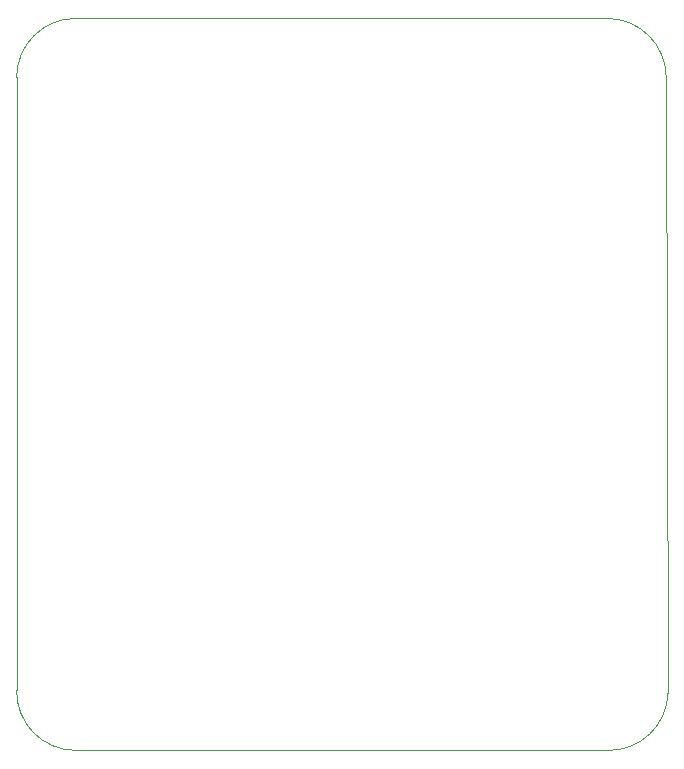
<source format=gbr>
G04 #@! TF.GenerationSoftware,KiCad,Pcbnew,(5.1.5)-3*
G04 #@! TF.CreationDate,2022-05-11T11:14:05-04:00*
G04 #@! TF.ProjectId,FuzzFace,46757a7a-4661-4636-952e-6b696361645f,rev?*
G04 #@! TF.SameCoordinates,Original*
G04 #@! TF.FileFunction,Profile,NP*
%FSLAX46Y46*%
G04 Gerber Fmt 4.6, Leading zero omitted, Abs format (unit mm)*
G04 Created by KiCad (PCBNEW (5.1.5)-3) date 2022-05-11 11:14:05*
%MOMM*%
%LPD*%
G04 APERTURE LIST*
%ADD10C,0.050000*%
G04 APERTURE END LIST*
D10*
X55000000Y-86868000D02*
G75*
G02X50000000Y-81787360I0J5000640D01*
G01*
X105156000Y-82042000D02*
X105000000Y-29892000D01*
X55000000Y-86868000D02*
X100156000Y-86868000D01*
X105152975Y-82041895D02*
G75*
G02X100156000Y-86868000I-4996975J173895D01*
G01*
X55000000Y-24892000D02*
X100000000Y-24892000D01*
X100000000Y-24892000D02*
G75*
G02X105000000Y-29892000I0J-5000000D01*
G01*
X50000000Y-81787360D02*
X50000000Y-29892000D01*
X50000000Y-29892000D02*
G75*
G02X55000000Y-24892000I5000000J0D01*
G01*
M02*

</source>
